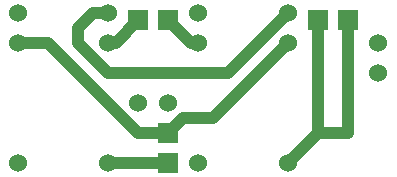
<source format=gtl>
G04 #@! TF.GenerationSoftware,KiCad,Pcbnew,(5.1.6)-1*
G04 #@! TF.CreationDate,2020-05-31T11:46:44+09:00*
G04 #@! TF.ProjectId,AND,414e442e-6b69-4636-9164-5f7063625858,rev?*
G04 #@! TF.SameCoordinates,Original*
G04 #@! TF.FileFunction,Copper,L1,Top*
G04 #@! TF.FilePolarity,Positive*
%FSLAX46Y46*%
G04 Gerber Fmt 4.6, Leading zero omitted, Abs format (unit mm)*
G04 Created by KiCad (PCBNEW (5.1.6)-1) date 2020-05-31 11:46:44*
%MOMM*%
%LPD*%
G01*
G04 APERTURE LIST*
G04 #@! TA.AperFunction,ComponentPad*
%ADD10C,1.524000*%
G04 #@! TD*
G04 #@! TA.AperFunction,ComponentPad*
%ADD11R,1.700000X1.700000*%
G04 #@! TD*
G04 #@! TA.AperFunction,Conductor*
%ADD12C,1.000000*%
G04 #@! TD*
G04 APERTURE END LIST*
D10*
X139700000Y-81280000D03*
X142240000Y-81280000D03*
X160020000Y-78740000D03*
X160020000Y-76200000D03*
D11*
X142240000Y-83820000D03*
X142240000Y-86360000D03*
X157480000Y-74260000D03*
X154940000Y-74260000D03*
X142240000Y-74260000D03*
X139700000Y-74260000D03*
D10*
X144780000Y-73660000D03*
X152400000Y-73660000D03*
X152400000Y-76200000D03*
X144780000Y-76200000D03*
X144780000Y-86360000D03*
X152400000Y-86360000D03*
X129540000Y-73660000D03*
X137160000Y-73660000D03*
X137160000Y-76200000D03*
X129540000Y-76200000D03*
X129540000Y-86360000D03*
X137160000Y-86360000D03*
D12*
X137760000Y-76200000D02*
X139700000Y-74260000D01*
X137160000Y-76200000D02*
X137760000Y-76200000D01*
X144180000Y-76200000D02*
X142240000Y-74260000D01*
X144780000Y-76200000D02*
X144180000Y-76200000D01*
X137160000Y-86360000D02*
X142240000Y-86360000D01*
X134620000Y-76200000D02*
X137160000Y-78740000D01*
X137160000Y-78740000D02*
X147320000Y-78740000D01*
X147320000Y-78740000D02*
X152400000Y-73660000D01*
X129540000Y-76200000D02*
X132080000Y-76200000D01*
X132080000Y-76200000D02*
X139700000Y-83820000D01*
X139700000Y-83820000D02*
X142240000Y-83820000D01*
X147320000Y-81280000D02*
X152400000Y-76200000D01*
X152400000Y-86360000D02*
X154940000Y-83820000D01*
X154940000Y-78740000D02*
X154940000Y-74260000D01*
X154940000Y-83820000D02*
X154940000Y-78740000D01*
X134620000Y-76200000D02*
X134620000Y-74930000D01*
X134620000Y-74930000D02*
X135890000Y-73660000D01*
X135890000Y-73660000D02*
X137160000Y-73660000D01*
X156210000Y-83820000D02*
X154940000Y-83820000D01*
X157480000Y-74260000D02*
X157480000Y-83820000D01*
X157480000Y-83820000D02*
X156210000Y-83820000D01*
X142240000Y-83820000D02*
X143510000Y-82550000D01*
X143510000Y-82550000D02*
X146050000Y-82550000D01*
X146050000Y-82550000D02*
X147320000Y-81280000D01*
M02*

</source>
